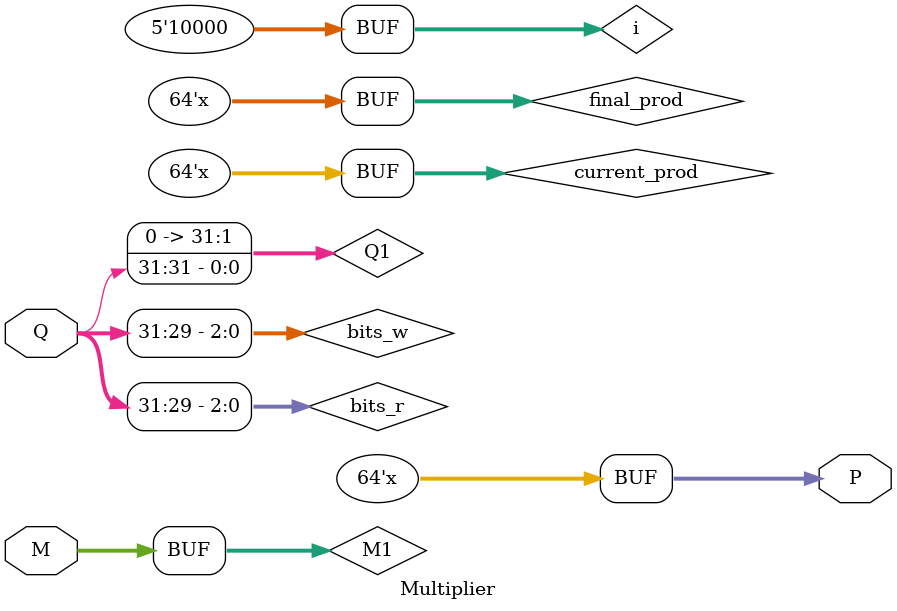
<source format=v>
module Multiplier(input [31:0] M, Q,  output [63:0] P);
   // Used to hold current bits of Q being encoded
   // Honestly not rlly sure if we need both but it won't let me use a wire in the always block so I think I need the reg
   reg [2:0] bits_r;
   wire [2:0] bits_w;

   // Used to hold M and Q so they can be used in operations
   reg [31:0] M1;
   reg [31:0] Q1;

   // booth_enc output, holds the current version of M to be added to partial
   // Wire is directly from encoder, reg is used for operations in the always
   wire [63:0] current_M_w;
   reg [63:0]  current_M_r = 64'b0;

   // Current partial product
   reg [63:0]  current_prod = 64'b0;
   // Final product that is connected to output of multiplier, set after all iterations
   reg [63:0]  final_prod;

   // An index for use in the for loop
   reg [4:0]   i;
   
   Booth_encoder booth_enc(bits_w, M1, current_M_w); 

   always @(M or Q) begin
      M1 = M;
      Q1 = Q;

      // This block couldn't go in the for loop because on the first iteration you only shift Q right once and you have to feed the encoder a zero for the first bit
      bits_r = {Q1[1], Q1[0], 1'b0};
      // Had to add this delay, otherwise it goes to fast to capture any values
      #10
      Q1 = Q1 >> 1;
      current_M_r = current_M_w;
      
      current_prod = current_prod + current_M_r;

      // Now run the loop for the remaining 15 times to get the rest of the product
      for (i = 1; i < 16; i = i + 1) begin
	 bits_r = {Q1[2], Q1[1], Q1[0]};
	 #10
	 Q1 = Q1 >> 2;
	 current_M_r = current_M_w;
	 // At every iteration, the partial product gets shifted 2*i, but can't use multiplication in the multiplier, so it's just a nice left shift
	 current_prod = current_prod + (current_M_r << (i << 1));	 
      end
      final_prod = current_prod;   
   end

   assign P = final_prod;
   assign bits_w = bits_r;
   
endmodule

</source>
